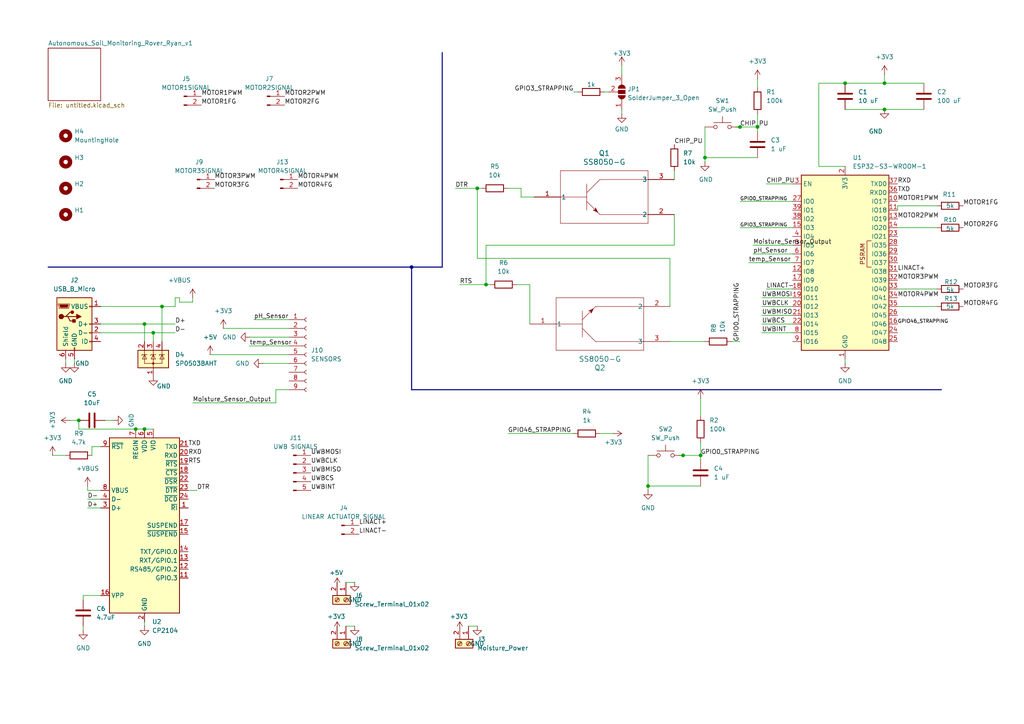
<source format=kicad_sch>
(kicad_sch (version 20231120) (generator "eeschema") (generator_version "8.0")
  (paper "A4")
  (lib_symbols
    (symbol "2024-11-11_01-31-27:SS8050-G" (pin_names (offset 0.254))
      (property "Reference" "Q" (at 20.32 12.7 0))
      (property "Value" "SS8050-G" (at 20.32 10.16 0))
      (symbol "SS8050-G_1_1"
        (polyline (pts (xy 7.62 -7.62) (xy 33.02 -7.62)) (stroke (width 0.127)))
        (polyline (pts (xy 7.62 0) (xy 15.24 0)) (stroke (width 0.127)))
        (polyline (pts (xy 7.62 7.62) (xy 7.62 -7.62)) (stroke (width 0.127)))
        (polyline (pts (xy 15.24 -1.27) (xy 17.78 -3.81)) (stroke (width 0.127)))
        (polyline (pts (xy 15.24 1.27) (xy 19.05 5.08)) (stroke (width 0.127)))
        (polyline (pts (xy 15.24 3.81) (xy 15.24 -3.81)) (stroke (width 0.127)))
        (polyline (pts (xy 17.145 -3.81) (xy 18.415 -4.445)) (stroke (width 0.127)))
        (polyline (pts (xy 17.78 -3.81) (xy 17.145 -3.81)) (stroke (width 0.127)))
        (polyline (pts (xy 17.78 -3.175) (xy 17.78 -3.81)) (stroke (width 0.127)))
        (polyline (pts (xy 18.415 -4.445) (xy 17.78 -3.175)) (stroke (width 0.127)))
        (polyline (pts (xy 18.415 -4.445) (xy 19.05 -5.08)) (stroke (width 0.127)))
        (polyline (pts (xy 19.05 -5.08) (xy 33.02 -5.08)) (stroke (width 0.127)))
        (polyline (pts (xy 19.05 5.08) (xy 33.02 5.08)) (stroke (width 0.127)))
        (polyline (pts (xy 33.02 -7.62) (xy 33.02 7.62)) (stroke (width 0.127)))
        (polyline (pts (xy 33.02 7.62) (xy 7.62 7.62)) (stroke (width 0.127)))
        (polyline (pts (xy 17.145 -3.81) (xy 17.78 -3.81) (xy 17.78 -3.175) (xy 18.415 -4.445)) (fill (type outline)))
        (pin unspecified line (at 0 0 0) (length 7.62) (name "1") (number "1"))
        (pin unspecified line (at 40.64 -5.08 180) (length 7.62) (name "2") (number "2"))
        (pin unspecified line (at 40.64 5.08 180) (length 7.62) (name "3") (number "3"))
      )
    )
    (symbol "Connector:Conn_01x02_Pin" (pin_names (offset 1.016) hide)
      (property "Reference" "J" (at 0 2.54 0))
      (property "Value" "Conn_01x02_Pin" (at 0 -5.08 0))
      (symbol "Conn_01x02_Pin_1_1"
        (polyline (pts (xy 1.27 -2.54) (xy 0.8636 -2.54)) (stroke (width 0.1524)))
        (polyline (pts (xy 1.27 0) (xy 0.8636 0)) (stroke (width 0.1524)))
        (rectangle (start 0.8636 -2.413) (end 0 -2.667) (stroke (width 0.1524)) (fill (type outline)))
        (rectangle (start 0.8636 0.127) (end 0 -0.127) (stroke (width 0.1524)) (fill (type outline)))
        (pin passive line (at 5.08 0 180) (length 3.81) (name "Pin_1") (number "1"))
        (pin passive line (at 5.08 -2.54 180) (length 3.81) (name "Pin_2") (number "2"))
      )
    )
    (symbol "Connector:Conn_01x05_Pin" (pin_names (offset 1.016) hide)
      (property "Reference" "J" (at 0 7.62 0))
      (property "Value" "Conn_01x05_Pin" (at 0 -7.62 0))
      (symbol "Conn_01x05_Pin_1_1"
        (polyline (pts (xy 1.27 -5.08) (xy 0.8636 -5.08)) (stroke (width 0.1524)))
        (polyline (pts (xy 1.27 -2.54) (xy 0.8636 -2.54)) (stroke (width 0.1524)))
        (polyline (pts (xy 1.27 0) (xy 0.8636 0)) (stroke (width 0.1524)))
        (polyline (pts (xy 1.27 2.54) (xy 0.8636 2.54)) (stroke (width 0.1524)))
        (polyline (pts (xy 1.27 5.08) (xy 0.8636 5.08)) (stroke (width 0.1524)))
        (rectangle (start 0.8636 -4.953) (end 0 -5.207) (stroke (width 0.1524)) (fill (type outline)))
        (rectangle (start 0.8636 -2.413) (end 0 -2.667) (stroke (width 0.1524)) (fill (type outline)))
        (rectangle (start 0.8636 0.127) (end 0 -0.127) (stroke (width 0.1524)) (fill (type outline)))
        (rectangle (start 0.8636 2.667) (end 0 2.413) (stroke (width 0.1524)) (fill (type outline)))
        (rectangle (start 0.8636 5.207) (end 0 4.953) (stroke (width 0.1524)) (fill (type outline)))
        (pin passive line (at 5.08 5.08 180) (length 3.81) (name "Pin_1") (number "1"))
        (pin passive line (at 5.08 2.54 180) (length 3.81) (name "Pin_2") (number "2"))
        (pin passive line (at 5.08 0 180) (length 3.81) (name "Pin_3") (number "3"))
        (pin passive line (at 5.08 -2.54 180) (length 3.81) (name "Pin_4") (number "4"))
        (pin passive line (at 5.08 -5.08 180) (length 3.81) (name "Pin_5") (number "5"))
      )
    )
    (symbol "Connector:Conn_01x09_Socket" (pin_names (offset 1.016) hide)
      (property "Reference" "J" (at 0 12.7 0))
      (property "Value" "Conn_01x09_Socket" (at 0 -12.7 0))
      (symbol "Conn_01x09_Socket_1_1"
        (arc (start 0 -9.652) (mid -0.5058 -10.16) (end 0 -10.668) (stroke (width 0.1524)))
        (arc (start 0 -7.112) (mid -0.5058 -7.62) (end 0 -8.128) (stroke (width 0.1524)))
        (arc (start 0 -4.572) (mid -0.5058 -5.08) (end 0 -5.588) (stroke (width 0.1524)))
        (arc (start 0 -2.032) (mid -0.5058 -2.54) (end 0 -3.048) (stroke (width 0.1524)))
        (polyline (pts (xy -1.27 -10.16) (xy -0.508 -10.16)) (stroke (width 0.1524)))
        (polyline (pts (xy -1.27 -7.62) (xy -0.508 -7.62)) (stroke (width 0.1524)))
        (polyline (pts (xy -1.27 -5.08) (xy -0.508 -5.08)) (stroke (width 0.1524)))
        (polyline (pts (xy -1.27 -2.54) (xy -0.508 -2.54)) (stroke (width 0.1524)))
        (polyline (pts (xy -1.27 0) (xy -0.508 0)) (stroke (width 0.1524)))
        (polyline (pts (xy -1.27 2.54) (xy -0.508 2.54)) (stroke (width 0.1524)))
        (polyline (pts (xy -1.27 5.08) (xy -0.508 5.08)) (stroke (width 0.1524)))
        (polyline (pts (xy -1.27 7.62) (xy -0.508 7.62)) (stroke (width 0.1524)))
        (polyline (pts (xy -1.27 10.16) (xy -0.508 10.16)) (stroke (width 0.1524)))
        (arc (start 0 0.508) (mid -0.5058 0) (end 0 -0.508) (stroke (width 0.1524)))
        (arc (start 0 3.048) (mid -0.5058 2.54) (end 0 2.032) (stroke (width 0.1524)))
        (arc (start 0 5.588) (mid -0.5058 5.08) (end 0 4.572) (stroke (width 0.1524)))
        (arc (start 0 8.128) (mid -0.5058 7.62) (end 0 7.112) (stroke (width 0.1524)))
        (arc (start 0 10.668) (mid -0.5058 10.16) (end 0 9.652) (stroke (width 0.1524)))
        (pin passive line (at -5.08 10.16 0) (length 3.81) (name "Pin_1") (number "1"))
        (pin passive line (at -5.08 7.62 0) (length 3.81) (name "Pin_2") (number "2"))
        (pin passive line (at -5.08 5.08 0) (length 3.81) (name "Pin_3") (number "3"))
        (pin passive line (at -5.08 2.54 0) (length 3.81) (name "Pin_4") (number "4"))
        (pin passive line (at -5.08 0 0) (length 3.81) (name "Pin_5") (number "5"))
        (pin passive line (at -5.08 -2.54 0) (length 3.81) (name "Pin_6") (number "6"))
        (pin passive line (at -5.08 -5.08 0) (length 3.81) (name "Pin_7") (number "7"))
        (pin passive line (at -5.08 -7.62 0) (length 3.81) (name "Pin_8") (number "8"))
        (pin passive line (at -5.08 -10.16 0) (length 3.81) (name "Pin_9") (number "9"))
      )
    )
    (symbol "Connector:Screw_Terminal_01x02" (pin_names (offset 1.016) hide)
      (property "Reference" "J" (at 0 2.54 0))
      (property "Value" "Screw_Terminal_01x02" (at 0 -5.08 0))
      (symbol "Screw_Terminal_01x02_1_1"
        (rectangle (start -1.27 1.27) (end 1.27 -3.81) (stroke (width 0.254)) (fill (type background)))
        (circle (center 0 -2.54) (radius 0.635) (stroke (width 0.1524)))
        (polyline (pts (xy -0.5334 -2.2098) (xy 0.3302 -3.048)) (stroke (width 0.1524)))
        (polyline (pts (xy -0.5334 0.3302) (xy 0.3302 -0.508)) (stroke (width 0.1524)))
        (polyline (pts (xy -0.3556 -2.032) (xy 0.508 -2.8702)) (stroke (width 0.1524)))
        (polyline (pts (xy -0.3556 0.508) (xy 0.508 -0.3302)) (stroke (width 0.1524)))
        (circle (center 0 0) (radius 0.635) (stroke (width 0.1524)))
        (pin passive line (at -5.08 0 0) (length 3.81) (name "Pin_1") (number "1"))
        (pin passive line (at -5.08 -2.54 0) (length 3.81) (name "Pin_2") (number "2"))
      )
    )
    (symbol "Connector:USB_B_Micro" (pin_names (offset 1.016))
      (property "Reference" "J" (at -5.08 11.43 0))
      (property "Value" "USB_B_Micro" (at -5.08 8.89 0))
      (symbol "USB_B_Micro_0_1"
        (rectangle (start -5.08 -7.62) (end 5.08 7.62) (stroke (width 0.254)) (fill (type background)))
        (circle (center -3.81 2.159) (radius 0.635) (stroke (width 0.254)) (fill (type outline)))
        (circle (center -0.635 3.429) (radius 0.381) (stroke (width 0.254)) (fill (type outline)))
        (rectangle (start -0.127 -7.62) (end 0.127 -6.858))
        (polyline (pts (xy -1.905 2.159) (xy 0.635 2.159)) (stroke (width 0.254)))
        (polyline (pts (xy -3.175 2.159) (xy -2.54 2.159) (xy -1.27 3.429) (xy -0.635 3.429)) (stroke (width 0.254)))
        (polyline (pts (xy -2.54 2.159) (xy -1.905 2.159) (xy -1.27 0.889) (xy 0 0.889)) (stroke (width 0.254)))
        (polyline (pts (xy 0.635 2.794) (xy 0.635 1.524) (xy 1.905 2.159) (xy 0.635 2.794)) (stroke (width 0.254)) (fill (type outline)))
        (polyline (pts (xy -4.318 5.588) (xy -1.778 5.588) (xy -2.032 4.826) (xy -4.064 4.826) (xy -4.318 5.588)) (fill (type outline)))
        (polyline (pts (xy -4.699 5.842) (xy -4.699 5.588) (xy -4.445 4.826) (xy -4.445 4.572) (xy -1.651 4.572) (xy -1.651 4.826) (xy -1.397 5.588) (xy -1.397 5.842) (xy -4.699 5.842)))
        (rectangle (start 0.254 1.27) (end -0.508 0.508) (stroke (width 0.254)) (fill (type outline)))
        (rectangle (start 5.08 -5.207) (end 4.318 -4.953))
        (rectangle (start 5.08 -2.667) (end 4.318 -2.413))
        (rectangle (start 5.08 -0.127) (end 4.318 0.127))
        (rectangle (start 5.08 4.953) (end 4.318 5.207))
      )
      (symbol "USB_B_Micro_1_1"
        (pin power_out line (at 7.62 5.08 180) (length 2.54) (name "VBUS") (number "1"))
        (pin bidirectional line (at 7.62 -2.54 180) (length 2.54) (name "D-") (number "2"))
        (pin bidirectional line (at 7.62 0 180) (length 2.54) (name "D+") (number "3"))
        (pin passive line (at 7.62 -5.08 180) (length 2.54) (name "ID") (number "4"))
        (pin power_out line (at 0 -10.16 90) (length 2.54) (name "GND") (number "5"))
        (pin passive line (at -2.54 -10.16 90) (length 2.54) (name "Shield") (number "6"))
      )
    )
    (symbol "Device:C" (pin_numbers hide) (pin_names (offset 0.254))
      (property "Reference" "C" (at 0.635 2.54 0))
      (property "Value" "C" (at 0.635 -2.54 0))
      (symbol "C_0_1"
        (polyline (pts (xy -2.032 -0.762) (xy 2.032 -0.762)) (stroke (width 0.508)))
        (polyline (pts (xy -2.032 0.762) (xy 2.032 0.762)) (stroke (width 0.508)))
      )
      (symbol "C_1_1"
        (pin passive line (at 0 3.81 270) (length 2.794) (name "~") (number "1"))
        (pin passive line (at 0 -3.81 90) (length 2.794) (name "~") (number "2"))
      )
    )
    (symbol "Device:R" (pin_numbers hide) (pin_names (offset 0))
      (property "Reference" "R" (at 2.032 0 90))
      (property "Value" "R" (at 0 0 90))
      (symbol "R_0_1"
        (rectangle (start -1.016 -2.54) (end 1.016 2.54) (stroke (width 0.254)))
      )
      (symbol "R_1_1"
        (pin passive line (at 0 3.81 270) (length 1.27) (name "~") (number "1"))
        (pin passive line (at 0 -3.81 90) (length 1.27) (name "~") (number "2"))
      )
    )
    (symbol "Interface_USB:CP2104"
      (property "Reference" "U" (at -5.08 28.575 0))
      (property "Value" "CP2104" (at -5.08 26.67 0))
      (symbol "CP2104_1_1"
        (rectangle (start -10.16 25.4) (end 10.16 -25.4) (stroke (width 0.254)) (fill (type background)))
        (pin input line (at 12.7 5.08 180) (length 2.54) (name "~{RI}") (number "1"))
        (pin no_connect line (at 10.16 -20.32 180) (length 2.54) hide (name "NC") (number "10"))
        (pin bidirectional line (at 12.7 -15.24 180) (length 2.54) (name "GPIO.3") (number "11"))
        (pin bidirectional line (at 12.7 -12.7 180) (length 2.54) (name "RS485/GPIO.2") (number "12"))
        (pin bidirectional line (at 12.7 -10.16 180) (length 2.54) (name "RXT/GPIO.1") (number "13"))
        (pin bidirectional line (at 12.7 -7.62 180) (length 2.54) (name "TXT/GPIO.0") (number "14"))
        (pin output line (at 12.7 -2.54 180) (length 2.54) (name "~{SUSPEND}") (number "15"))
        (pin passive line (at -12.7 -20.32 0) (length 2.54) (name "VPP") (number "16"))
        (pin output line (at 12.7 0 180) (length 2.54) (name "SUSPEND") (number "17"))
        (pin input line (at 12.7 15.24 180) (length 2.54) (name "~{CTS}") (number "18"))
        (pin output line (at 12.7 17.78 180) (length 2.54) (name "~{RTS}") (number "19"))
        (pin power_in line (at 0 -27.94 90) (length 2.54) (name "GND") (number "2"))
        (pin input line (at 12.7 20.32 180) (length 2.54) (name "RXD") (number "20"))
        (pin output line (at 12.7 22.86 180) (length 2.54) (name "TXD") (number "21"))
        (pin input line (at 12.7 12.7 180) (length 2.54) (name "~{DSR}") (number "22"))
        (pin output line (at 12.7 10.16 180) (length 2.54) (name "~{DTR}") (number "23"))
        (pin input line (at 12.7 7.62 180) (length 2.54) (name "~{DCD}") (number "24"))
        (pin passive line (at 0 -27.94 90) (length 2.54) hide (name "GND") (number "25"))
        (pin bidirectional line (at -12.7 5.08 0) (length 2.54) (name "D+") (number "3"))
        (pin bidirectional line (at -12.7 7.62 0) (length 2.54) (name "D-") (number "4"))
        (pin power_in line (at 2.54 27.94 270) (length 2.54) (name "VIO") (number "5"))
        (pin power_in line (at 0 27.94 270) (length 2.54) (name "VDD") (number "6"))
        (pin power_in line (at -2.54 27.94 270) (length 2.54) (name "REGIN") (number "7"))
        (pin input line (at -12.7 10.16 0) (length 2.54) (name "VBUS") (number "8"))
        (pin bidirectional line (at -12.7 22.86 0) (length 2.54) (name "~{RST}") (number "9"))
      )
    )
    (symbol "Jumper:SolderJumper_3_Open" (pin_names (offset 0) hide)
      (property "Reference" "JP" (at -2.54 -2.54 0))
      (property "Value" "SolderJumper_3_Open" (at 0 2.794 0))
      (symbol "SolderJumper_3_Open_0_1"
        (arc (start -1.016 1.016) (mid -2.0275 0) (end -1.016 -1.016))
        (arc (start -1.016 1.016) (mid -2.0275 0) (end -1.016 -1.016) (fill (type outline)))
        (rectangle (start -0.508 1.016) (end 0.508 -1.016) (fill (type outline)))
        (polyline (pts (xy -2.54 0) (xy -2.032 0)))
        (polyline (pts (xy -1.016 1.016) (xy -1.016 -1.016)))
        (polyline (pts (xy 0 -1.27) (xy 0 -1.016)))
        (polyline (pts (xy 1.016 1.016) (xy 1.016 -1.016)))
        (polyline (pts (xy 2.54 0) (xy 2.032 0)))
        (arc (start 1.016 -1.016) (mid 2.0275 0) (end 1.016 1.016))
        (arc (start 1.016 -1.016) (mid 2.0275 0) (end 1.016 1.016) (fill (type outline)))
      )
      (symbol "SolderJumper_3_Open_1_1"
        (pin passive line (at -5.08 0 0) (length 2.54) (name "A") (number "1"))
        (pin passive line (at 0 -3.81 90) (length 2.54) (name "C") (number "2"))
        (pin passive line (at 5.08 0 180) (length 2.54) (name "B") (number "3"))
      )
    )
    (symbol "Mechanical:MountingHole" (pin_names (offset 1.016)) (exclude_from_sim yes) (in_bom no)
      (property "Reference" "H" (at 0 5.08 0))
      (property "Value" "MountingHole" (at 0 3.175 0))
      (symbol "MountingHole_0_1"
        (circle (center 0 0) (radius 1.27) (stroke (width 1.27)))
      )
    )
    (symbol "Power_Protection:SP0503BAHT" (pin_names hide)
      (property "Reference" "D" (at 5.715 2.54 0))
      (property "Value" "SP0503BAHT" (at 5.715 0.635 0))
      (symbol "SP0503BAHT_0_0"
        (pin passive line (at 0 -5.08 90) (length 2.54) (name "A") (number "1"))
      )
      (symbol "SP0503BAHT_0_1"
        (rectangle (start -4.445 2.54) (end 4.445 -2.54) (stroke (width 0.254)) (fill (type background)))
        (circle (center 0 -1.27) (radius 0.254) (fill (type outline)))
        (polyline (pts (xy -2.54 2.54) (xy -2.54 1.27)))
        (polyline (pts (xy 0 -1.27) (xy 0 -2.54)))
        (polyline (pts (xy 0 -1.27) (xy 0 1.27)))
        (polyline (pts (xy 0 2.54) (xy 0 1.27)))
        (polyline (pts (xy 0.635 1.27) (xy 0.762 1.27)))
        (polyline (pts (xy 2.54 2.54) (xy 2.54 1.27)))
        (polyline (pts (xy 0.635 1.27) (xy -0.762 1.27) (xy -0.762 1.016)))
        (polyline (pts (xy -3.302 1.016) (xy -3.302 1.27) (xy -1.905 1.27) (xy -1.778 1.27)))
        (polyline (pts (xy -2.54 1.27) (xy -2.54 -1.27) (xy 2.54 -1.27) (xy 2.54 1.27)))
        (polyline (pts (xy -2.54 1.27) (xy -1.905 0) (xy -3.175 0) (xy -2.54 1.27)))
        (polyline (pts (xy 0.635 0) (xy -0.635 0) (xy 0 1.27) (xy 0.635 0)))
        (polyline (pts (xy 1.778 1.016) (xy 1.778 1.27) (xy 3.175 1.27) (xy 3.302 1.27)))
        (polyline (pts (xy 2.54 1.27) (xy 1.905 0) (xy 3.175 0) (xy 2.54 1.27)))
      )
      (symbol "SP0503BAHT_1_1"
        (pin passive line (at -2.54 5.08 270) (length 2.54) (name "K") (number "2"))
        (pin passive line (at 0 5.08 270) (length 2.54) (name "K") (number "3"))
        (pin passive line (at 2.54 5.08 270) (length 2.54) (name "K") (number "4"))
      )
    )
    (symbol "RF_Module:ESP32-S3-WROOM-1"
      (property "Reference" "U" (at -12.7 26.67 0))
      (property "Value" "ESP32-S3-WROOM-1" (at 12.7 26.67 0))
      (symbol "ESP32-S3-WROOM-1_0_0"
        (rectangle (start -12.7 25.4) (end 12.7 -25.4) (stroke (width 0.254)) (fill (type background)))
        (text "PSRAM" (at 5.08 2.54 900) (effects (font (size 1.27 1.27))))
      )
      (symbol "ESP32-S3-WROOM-1_0_1"
        (polyline (pts (xy 7.62 -1.27) (xy 6.35 -1.27) (xy 6.35 6.35) (xy 7.62 6.35)))
      )
      (symbol "ESP32-S3-WROOM-1_1_1"
        (pin power_in line (at 0 -27.94 90) (length 2.54) (name "GND") (number "1"))
        (pin bidirectional line (at 15.24 17.78 180) (length 2.54) (name "IO17") (number "10"))
        (pin bidirectional line (at 15.24 15.24 180) (length 2.54) (name "IO18") (number "11"))
        (pin bidirectional line (at -15.24 -2.54 0) (length 2.54) (name "IO8") (number "12"))
        (pin bidirectional line (at 15.24 12.7 180) (length 2.54) (name "IO19") (number "13"))
        (pin bidirectional line (at 15.24 10.16 180) (length 2.54) (name "IO20") (number "14"))
        (pin bidirectional line (at -15.24 10.16 0) (length 2.54) (name "IO3") (number "15"))
        (pin bidirectional line (at 15.24 -17.78 180) (length 2.54) (name "IO46") (number "16"))
        (pin bidirectional line (at -15.24 -5.08 0) (length 2.54) (name "IO9") (number "17"))
        (pin bidirectional line (at -15.24 -7.62 0) (length 2.54) (name "IO10") (number "18"))
        (pin bidirectional line (at -15.24 -10.16 0) (length 2.54) (name "IO11") (number "19"))
        (pin power_in line (at 0 27.94 270) (length 2.54) (name "3V3") (number "2"))
        (pin bidirectional line (at -15.24 -12.7 0) (length 2.54) (name "IO12") (number "20"))
        (pin bidirectional line (at -15.24 -15.24 0) (length 2.54) (name "IO13") (number "21"))
        (pin bidirectional line (at -15.24 -17.78 0) (length 2.54) (name "IO14") (number "22"))
        (pin bidirectional line (at 15.24 7.62 180) (length 2.54) (name "IO21") (number "23"))
        (pin bidirectional line (at 15.24 -20.32 180) (length 2.54) (name "IO47") (number "24"))
        (pin bidirectional line (at 15.24 -22.86 180) (length 2.54) (name "IO48") (number "25"))
        (pin bidirectional line (at 15.24 -15.24 180) (length 2.54) (name "IO45") (number "26"))
        (pin bidirectional line (at -15.24 17.78 0) (length 2.54) (name "IO0") (number "27"))
        (pin bidirectional line (at 15.24 5.08 180) (length 2.54) (name "IO35") (number "28"))
        (pin bidirectional line (at 15.24 2.54 180) (length 2.54) (name "IO36") (number "29"))
        (pin input line (at -15.24 22.86 0) (length 2.54) (name "EN") (number "3"))
        (pin bidirectional line (at 15.24 0 180) (length 2.54) (name "IO37") (number "30"))
        (pin bidirectional line (at 15.24 -2.54 180) (length 2.54) (name "IO38") (number "31"))
        (pin bidirectional line (at 15.24 -5.08 180) (length 2.54) (name "IO39") (number "32"))
        (pin bidirectional line (at 15.24 -7.62 180) (length 2.54) (name "IO40") (number "33"))
        (pin bidirectional line (at 15.24 -10.16 180) (length 2.54) (name "IO41") (number "34"))
        (pin bidirectional line (at 15.24 -12.7 180) (length 2.54) (name "IO42") (number "35"))
        (pin bidirectional line (at 15.24 20.32 180) (length 2.54) (name "RXD0") (number "36"))
        (pin bidirectional line (at 15.24 22.86 180) (length 2.54) (name "TXD0") (number "37"))
        (pin bidirectional line (at -15.24 12.7 0) (length 2.54) (name "IO2") (number "38"))
        (pin bidirectional line (at -15.24 15.24 0) (length 2.54) (name "IO1") (number "39"))
        (pin bidirectional line (at -15.24 7.62 0) (length 2.54) (name "IO4") (number "4"))
        (pin passive line (at 0 -27.94 90) (length 2.54) hide (name "GND") (number "40"))
        (pin passive line (at 0 -27.94 90) (length 2.54) hide (name "GND") (number "41"))
        (pin bidirectional line (at -15.24 5.08 0) (length 2.54) (name "IO5") (number "5"))
        (pin bidirectional line (at -15.24 2.54 0) (length 2.54) (name "IO6") (number "6"))
        (pin bidirectional line (at -15.24 0 0) (length 2.54) (name "IO7") (number "7"))
        (pin bidirectional line (at -15.24 -20.32 0) (length 2.54) (name "IO15") (number "8"))
        (pin bidirectional line (at -15.24 -22.86 0) (length 2.54) (name "IO16") (number "9"))
      )
    )
    (symbol "Switch:SW_Push" (pin_numbers hide) (pin_names (offset 1.016) hide)
      (property "Reference" "SW" (at 1.27 2.54 0))
      (property "Value" "SW_Push" (at 0 -1.524 0))
      (symbol "SW_Push_0_1"
        (circle (center -2.032 0) (radius 0.508))
        (polyline (pts (xy 0 1.27) (xy 0 3.048)))
        (polyline (pts (xy 2.54 1.27) (xy -2.54 1.27)))
        (circle (center 2.032 0) (radius 0.508))
        (pin passive line (at -5.08 0 0) (length 2.54) (name "1") (number "1"))
        (pin passive line (at 5.08 0 180) (length 2.54) (name "2") (number "2"))
      )
    )
    (symbol "basic:R" (pin_numbers hide) (pin_names (offset 0))
      (property "Value" "R" (at 0 0 90))
      (symbol "R_0_1"
        (rectangle (start -1.016 -2.54) (end 1.016 2.54) (stroke (width 0.254)))
      )
      (symbol "R_1_1"
        (pin passive line (at 0 3.81 270) (length 1.27) (name "~") (number "1"))
        (pin passive line (at 0 -3.81 90) (length 1.27) (name "~") (number "2"))
      )
    )
    (symbol "power:+12V" (power) (pin_numbers hide) (pin_names (offset 0) hide)
      (property "Value" "+12V" (at 0 3.556 0))
      (symbol "+12V_0_1"
        (polyline (pts (xy -0.762 1.27) (xy 0 2.54)))
        (polyline (pts (xy 0 0) (xy 0 2.54)))
        (polyline (pts (xy 0 2.54) (xy 0.762 1.27)))
      )
      (symbol "+12V_1_1"
        (pin power_in line (at 0 0 90) (length 0) (name "~") (number "1"))
      )
    )
    (symbol "power:+3V3" (power) (pin_numbers hide) (pin_names (offset 0) hide)
      (property "Value" "+3V3" (at 0 3.556 0))
      (symbol "+3V3_0_1"
        (polyline (pts (xy -0.762 1.27) (xy 0 2.54)))
        (polyline (pts (xy 0 0) (xy 0 2.54)))
        (polyline (pts (xy 0 2.54) (xy 0.762 1.27)))
      )
      (symbol "+3V3_1_1"
        (pin power_in line (at 0 0 90) (length 0) (name "~") (number "1"))
      )
    )
    (symbol "power:+5V" (power) (pin_numbers hide) (pin_names (offset 0) hide)
      (property "Value" "+5V" (at 0 3.556 0))
      (symbol "+5V_0_1"
        (polyline (pts (xy -0.762 1.27) (xy 0 2.54)))
        (polyline (pts (xy 0 0) (xy 0 2.54)))
        (polyline (pts (xy 0 2.54) (xy 0.762 1.27)))
      )
      (symbol "+5V_1_1"
        (pin power_in line (at 0 0 90) (length 0) (name "~") (number "1"))
      )
    )
    (symbol "power:GND" (power) (pin_numbers hide) (pin_names (offset 0) hide)
      (property "Value" "GND" (at 0 -3.81 0))
      (symbol "GND_0_1"
        (polyline (pts (xy 0 0) (xy 0 -1.27) (xy 1.27 -1.27) (xy 0 -2.54) (xy -1.27 -1.27) (xy 0 -1.27)))
      )
      (symbol "GND_1_1"
        (pin power_in line (at 0 0 270) (length 0) (name "~") (number "1"))
      )
    )
  )
  (junction (at 39.37 124.46))
  (junction (at 187.96 140.97))
  (junction (at 119.38 77.47))
  (junction (at 44.45 96.52))
  (junction (at 256.54 24.13))
  (junction (at 46.99 88.9))
  (junction (at 138.43 54.61))
  (junction (at 219.71 36.83))
  (junction (at 245.11 24.13))
  (junction (at 140.97 82.55))
  (junction (at 203.2 132.08))
  (junction (at 41.91 124.46))
  (junction (at 22.86 121.92))
  (junction (at 204.47 45.72))
  (junction (at 214.63 36.83))
  (junction (at 41.91 93.98))
  (junction (at 198.12 132.08))
  (junction (at 256.54 31.75))
  (wire (pts (xy 132.08 54.61) (xy 138.43 54.61)))
  (wire (pts (xy 204.47 45.72) (xy 204.47 46.99)))
  (wire (pts (xy 39.37 124.46) (xy 41.91 124.46)))
  (wire (pts (xy 220.98 96.52) (xy 229.87 96.52)))
  (wire (pts (xy 218.44 71.12) (xy 229.87 71.12)))
  (wire (pts (xy 26.67 132.08) (xy 26.67 129.54)))
  (wire (pts (xy 222.25 53.34) (xy 229.87 53.34)))
  (wire (pts (xy 80.01 116.84) (xy 80.01 113.03)))
  (wire (pts (xy 44.45 96.52) (xy 44.45 99.06)))
  (wire (pts (xy 166.37 26.67) (xy 167.64 26.67)))
  (wire (pts (xy 195.58 71.12) (xy 195.58 62.23)))
  (wire (pts (xy 26.67 129.54) (xy 29.21 129.54)))
  (wire (pts (xy 187.96 140.97) (xy 187.96 142.24)))
  (wire (pts (xy 52.07 87.63) (xy 55.88 87.63)))
  (wire (pts (xy 245.11 105.41) (xy 245.11 104.14)))
  (wire (pts (xy 219.71 36.83) (xy 219.71 38.1)))
  (wire (pts (xy 204.47 45.72) (xy 219.71 45.72)))
  (wire (pts (xy 60.96 102.87) (xy 83.82 102.87)))
  (wire (pts (xy 212.09 99.06) (xy 214.63 99.06)))
  (wire (pts (xy 214.63 36.83) (xy 219.71 36.83)))
  (wire (pts (xy 76.2 105.41) (xy 83.82 105.41)))
  (wire (pts (xy 195.58 49.53) (xy 195.58 52.07)))
  (wire (pts (xy 41.91 124.46) (xy 44.45 124.46)))
  (bus (pts (xy 13.97 77.47) (xy 119.38 77.47)))
  (wire (pts (xy 46.99 88.9) (xy 50.8 88.9)))
  (wire (pts (xy 204.47 36.83) (xy 204.47 45.72)))
  (wire (pts (xy 154.94 57.15) (xy 151.13 57.15)))
  (wire (pts (xy 220.98 91.44) (xy 229.87 91.44)))
  (wire (pts (xy 271.78 83.82) (xy 260.35 83.82)))
  (wire (pts (xy 219.71 22.86) (xy 219.71 25.4)))
  (wire (pts (xy 194.31 99.06) (xy 204.47 99.06)))
  (wire (pts (xy 80.01 113.03) (xy 83.82 113.03)))
  (wire (pts (xy 214.63 66.04) (xy 229.87 66.04)))
  (wire (pts (xy 41.91 93.98) (xy 41.91 99.06)))
  (wire (pts (xy 217.17 76.2) (xy 229.87 76.2)))
  (wire (pts (xy 138.43 54.61) (xy 138.43 74.93)))
  (wire (pts (xy 196.85 132.08) (xy 198.12 132.08)))
  (wire (pts (xy 271.78 88.9) (xy 260.35 88.9)))
  (wire (pts (xy 44.45 96.52) (xy 50.8 96.52)))
  (wire (pts (xy 73.66 92.71) (xy 83.82 92.71)))
  (wire (pts (xy 25.4 147.32) (xy 29.21 147.32)))
  (wire (pts (xy 97.79 182.88) (xy 97.79 181.61)))
  (wire (pts (xy 187.96 132.08) (xy 187.96 140.97)))
  (wire (pts (xy 220.98 93.98) (xy 229.87 93.98)))
  (wire (pts (xy 271.78 59.69) (xy 260.35 59.69)))
  (wire (pts (xy 256.54 21.59) (xy 256.54 24.13)))
  (wire (pts (xy 50.8 86.36) (xy 52.07 86.36)))
  (wire (pts (xy 72.39 100.33) (xy 83.82 100.33)))
  (wire (pts (xy 173.99 125.73) (xy 177.8 125.73)))
  (wire (pts (xy 29.21 96.52) (xy 44.45 96.52)))
  (wire (pts (xy 138.43 54.61) (xy 139.7 54.61)))
  (wire (pts (xy 180.34 19.05) (xy 180.34 21.59)))
  (wire (pts (xy 140.97 82.55) (xy 142.24 82.55)))
  (wire (pts (xy 55.88 116.84) (xy 80.01 116.84)))
  (wire (pts (xy 203.2 115.57) (xy 203.2 120.65)))
  (wire (pts (xy 214.63 58.42) (xy 229.87 58.42)))
  (wire (pts (xy 22.86 121.92) (xy 22.86 124.46)))
  (wire (pts (xy 237.49 48.26) (xy 245.11 48.26)))
  (wire (pts (xy 55.88 87.63) (xy 55.88 86.36)))
  (wire (pts (xy 20.32 121.92) (xy 22.86 121.92)))
  (wire (pts (xy 100.33 168.91) (xy 102.87 168.91)))
  (wire (pts (xy 97.79 170.18) (xy 97.79 168.91)))
  (wire (pts (xy 245.11 24.13) (xy 256.54 24.13)))
  (wire (pts (xy 133.35 82.55) (xy 140.97 82.55)))
  (wire (pts (xy 46.99 99.06) (xy 46.99 88.9)))
  (wire (pts (xy 237.49 24.13) (xy 237.49 48.26)))
  (wire (pts (xy 153.67 82.55) (xy 149.86 82.55)))
  (bus (pts (xy 128.27 15.24) (xy 128.27 77.47)))
  (wire (pts (xy 203.2 132.08) (xy 203.2 128.27)))
  (wire (pts (xy 52.07 86.36) (xy 52.07 87.63)))
  (wire (pts (xy 153.67 93.98) (xy 153.67 82.55)))
  (wire (pts (xy 135.89 181.61) (xy 138.43 181.61)))
  (wire (pts (xy 203.2 132.08) (xy 203.2 133.35)))
  (wire (pts (xy 24.13 173.99) (xy 24.13 172.72)))
  (wire (pts (xy 175.26 26.67) (xy 176.53 26.67)))
  (wire (pts (xy 256.54 24.13) (xy 267.97 24.13)))
  (wire (pts (xy 33.02 121.92) (xy 30.48 121.92)))
  (wire (pts (xy 29.21 142.24) (xy 25.4 142.24)))
  (wire (pts (xy 50.8 88.9) (xy 50.8 86.36)))
  (wire (pts (xy 151.13 57.15) (xy 151.13 54.61)))
  (bus (pts (xy 119.38 113.03) (xy 273.05 113.03)))
  (wire (pts (xy 19.05 105.41) (xy 19.05 104.14)))
  (wire (pts (xy 29.21 93.98) (xy 41.91 93.98)))
  (wire (pts (xy 64.77 95.25) (xy 83.82 95.25)))
  (wire (pts (xy 25.4 144.78) (xy 29.21 144.78)))
  (wire (pts (xy 41.91 181.61) (xy 41.91 180.34)))
  (wire (pts (xy 100.33 181.61) (xy 102.87 181.61)))
  (wire (pts (xy 220.98 86.36) (xy 229.87 86.36)))
  (wire (pts (xy 218.44 73.66) (xy 229.87 73.66)))
  (bus (pts (xy 119.38 77.47) (xy 128.27 77.47)))
  (wire (pts (xy 21.59 104.14) (xy 21.59 105.41)))
  (wire (pts (xy 147.32 125.73) (xy 166.37 125.73)))
  (bus (pts (xy 119.38 77.47) (xy 119.38 113.03)))
  (wire (pts (xy 180.34 31.75) (xy 180.34 33.02)))
  (wire (pts (xy 22.86 124.46) (xy 39.37 124.46)))
  (wire (pts (xy 29.21 88.9) (xy 46.99 88.9)))
  (wire (pts (xy 187.96 140.97) (xy 203.2 140.97)))
  (wire (pts (xy 15.24 132.08) (xy 19.05 132.08)))
  (wire (pts (xy 198.12 132.08) (xy 203.2 132.08)))
  (wire (pts (xy 133.35 182.88) (xy 133.35 181.61)))
  (wire (pts (xy 41.91 93.98) (xy 50.8 93.98)))
  (wire (pts (xy 260.35 59.69) (xy 260.35 60.96)))
  (wire (pts (xy 260.35 66.04) (xy 271.78 66.04)))
  (wire (pts (xy 151.13 54.61) (xy 147.32 54.61)))
  (wire (pts (xy 219.71 36.83) (xy 219.71 33.02)))
  (wire (pts (xy 57.15 142.24) (xy 54.61 142.24)))
  (wire (pts (xy 140.97 71.12) (xy 195.58 71.12)))
  (wire (pts (xy 24.13 182.88) (xy 24.13 181.61)))
  (wire (pts (xy 222.25 83.82) (xy 229.87 83.82)))
  (wire (pts (xy 138.43 74.93) (xy 194.31 74.93)))
  (wire (pts (xy 256.54 31.75) (xy 267.97 31.75)))
  (wire (pts (xy 25.4 142.24) (xy 25.4 140.97)))
  (wire (pts (xy 237.49 24.13) (xy 245.11 24.13)))
  (wire (pts (xy 213.36 36.83) (xy 214.63 36.83)))
  (wire (pts (xy 24.13 172.72) (xy 29.21 172.72)))
  (wire (pts (xy 194.31 74.93) (xy 194.31 88.9)))
  (wire (pts (xy 140.97 82.55) (xy 140.97 71.12)))
  (wire (pts (xy 72.39 97.79) (xy 83.82 97.79)))
  (wire (pts (xy 220.98 88.9) (xy 229.87 88.9)))
  (wire (pts (xy 245.11 31.75) (xy 256.54 31.75)))
  (label "UWBCLK" (at 90.17 134.62 0))
  (label "GPIO0_STRAPPING" (at 203.2 132.08 0))
  (label "RXD" (at 54.61 132.08 0))
  (label "UWBMISO" (at 220.98 91.44 0))
  (label "temp_Sensor" (at 72.39 100.33 0))
  (label "GPIO3_STRAPPING" (at 166.37 26.67 180))
  (label "MOTOR4FG" (at 279.4 88.9 0))
  (label "MOTOR4FG" (at 86.36 54.61 0))
  (label "UWBINT" (at 220.98 96.52 0))
  (label "TXD" (at 54.61 129.54 0))
  (label "MOTOR1FG" (at 279.4 59.69 0))
  (label "CHIP_PU" (at 214.63 36.83 0))
  (label "UWBINT" (at 90.17 142.24 0))
  (label "GPIO46_STRAPPING" (at 147.32 125.73 0))
  (label "MOTOR1FG" (at 58.42 30.48 0))
  (label "LINACT+" (at 260.35 78.74 0))
  (label "D-" (at 50.8 96.52 0))
  (label "MOTOR4PWM" (at 260.35 86.36 0))
  (label "LINACT-" (at 222.25 83.82 0))
  (label "MOTOR1PWM" (at 58.42 27.94 0))
  (label "RXD" (at 260.35 53.34 0))
  (label "LINACT-" (at 104.14 154.94 0))
  (label "UWBMOSI" (at 90.17 132.08 0))
  (label "UWBMOSI" (at 220.98 86.36 0))
  (label "pH_Sensor" (at 73.66 92.71 0))
  (label "MOTOR4PWM" (at 86.36 52.07 0))
  (label "TXD" (at 260.35 55.88 0))
  (label "Moisture_Sensor_Output" (at 218.44 71.12 0))
  (label "GPIO46_STRAPPING" (at 260.35 93.98 0) (effects (font (size 1.016 1.016))))
  (label "LINACT+" (at 104.14 152.4 0))
  (label "Moisture_Sensor_Output" (at 55.88 116.84 0))
  (label "GPIO0_STRAPPING" (at 214.63 58.42 0) (effects (font (size 1.016 1.016))))
  (label "UWBCS" (at 220.98 93.98 0))
  (label "RTS" (at 54.61 134.62 0))
  (label "D+" (at 25.4 147.32 0))
  (label "MOTOR2PWM" (at 260.35 63.5 0))
  (label "DTR" (at 57.15 142.24 0))
  (label "MOTOR2FG" (at 279.4 66.04 0))
  (label "MOTOR3PWM" (at 62.23 52.07 0))
  (label "MOTOR3FG" (at 279.4 83.82 0))
  (label "MOTOR1PWM" (at 260.35 58.42 0))
  (label "MOTOR3FG" (at 62.23 54.61 0))
  (label "DTR" (at 132.08 54.61 0))
  (label "MOTOR2PWM" (at 82.55 27.94 0))
  (label "CHIP_PU" (at 195.58 41.91 0))
  (label "RTS" (at 133.35 82.55 0))
  (label "GPIO0_STRAPPING" (at 214.63 99.06 90))
  (label "CHIP_PU" (at 222.25 53.34 0))
  (label "UWBCLK" (at 220.98 88.9 0))
  (label "GPIO3_STRAPPING" (at 214.63 66.04 0) (effects (font (size 1.016 1.016))))
  (label "UWBMISO" (at 90.17 137.16 0))
  (label "D+" (at 50.8 93.98 0))
  (label "MOTOR3PWM" (at 260.35 81.28 0))
  (label "pH_Sensor" (at 218.44 73.66 0))
  (label "D-" (at 25.4 144.78 0))
  (label "UWBCS" (at 90.17 139.7 0))
  (label "temp_Sensor" (at 217.17 76.2 0))
  (label "MOTOR2FG" (at 82.55 30.48 0))
  (symbol (lib_id "Device:C") (at 203.2 137.16 0) (unit 1)
    (property "Reference" "C4" (at 207.01 135.8899 0) (effects (justify left)))
    (property "Value" "1 uF" (at 207.01 138.4299 0) (effects (justify left)))
    (property "Footprint" "Capacitor_SMD:C_0805_2012Metric_Pad1.18x1.45mm_HandSolder" (effects (hide yes)))
    (property "Description" "Unpolarized capacitor" (effects (hide yes)))
  )
  (symbol (lib_id "power:+3V3") (at 15.24 132.08 0) (unit 1)
    (property "Reference" "#PWR033" (effects (hide yes)))
    (property "Value" "+3V3" (at 15.24 127 0))
    (property "Description" "Power symbol creates a global label with name \"+3V3\"" (effects (hide yes)))
  )
  (symbol (lib_id "power:GND") (at 19.05 105.41 0) (unit 1)
    (property "Reference" "#PWR034" (effects (hide yes)))
    (property "Value" "GND" (at 19.05 110.49 0))
    (property "Description" "Power symbol creates a global label with name \"GND\" , ground" (effects (hide yes)))
  )
  (symbol (lib_id "Connector:Conn_01x02_Pin") (at 99.06 152.4 0) (unit 1)
    (property "Reference" "J4" (at 99.695 147.32 0))
    (property "Value" "LINEAR ACTUATOR SIGNAL" (at 99.695 149.86 0))
    (property "Footprint" "TerminalBlock_Phoenix:TerminalBlock_Phoenix_MKDS-1,5-2-5.08_1x02_P5.08mm_Horizontal" (effects (hide yes)))
    (property "Description" "Generic connector, single row, 01x02, script generated" (effects (hide yes)))
  )
  (symbol (lib_id "Connector:Conn_01x02_Pin") (at 53.34 27.94 0) (unit 1)
    (property "Reference" "J5" (at 53.975 22.86 0))
    (property "Value" "MOTOR1SIGNAL" (at 53.975 25.4 0))
    (property "Footprint" "TerminalBlock_Phoenix:TerminalBlock_Phoenix_MKDS-1,5-2-5.08_1x02_P5.08mm_Horizontal" (effects (hide yes)))
    (property "Description" "Generic connector, single row, 01x02, script generated" (effects (hide yes)))
  )
  (symbol (lib_id "power:GND") (at 76.2 105.41 270) (unit 1)
    (property "Reference" "#PWR051" (effects (hide yes)))
    (property "Value" "GND" (at 72.39 105.4099 90) (effects (justify right)))
    (property "Description" "Power symbol creates a global label with name \"GND\" , ground" (effects (hide yes)))
  )
  (symbol (lib_id "Device:C") (at 219.71 41.91 0) (unit 1)
    (property "Reference" "C3" (at 223.52 40.6399 0) (effects (justify left)))
    (property "Value" "1 uF" (at 223.52 43.1799 0) (effects (justify left)))
    (property "Footprint" "Capacitor_SMD:C_0805_2012Metric_Pad1.18x1.45mm_HandSolder" (effects (hide yes)))
    (property "Description" "Unpolarized capacitor" (effects (hide yes)))
  )
  (symbol (lib_id "Interface_USB:CP2104") (at 41.91 152.4 0) (unit 1)
    (property "Reference" "U2" (at 44.1041 180.34 0) (effects (justify left)))
    (property "Value" "CP2104" (at 44.1041 182.88 0) (effects (justify left)))
    (property "Footprint" "Package_DFN_QFN:QFN-24-1EP_4x4mm_P0.5mm_EP2.6x2.6mm" (effects (hide yes)))
    (property "Datasheet" "https://www.silabs.com/documents/public/data-sheets/cp2104.pdf" (effects (hide yes)))
    (property "Description" "Single-Chip USB-to-UART Bridge, USB 2.0 Full-Speed, 2Mbps UART, QFN-24" (effects (hide yes)))
  )
  (symbol (lib_id "Device:R") (at 143.51 54.61 270) (unit 1)
    (property "Reference" "R5" (at 143.51 48.26 90))
    (property "Value" "10k" (at 143.51 50.8 90))
    (property "Footprint" "Resistor_SMD:R_0805_2012Metric_Pad1.20x1.40mm_HandSolder" (effects (hide yes)))
    (property "Description" "Resistor" (effects (hide yes)))
  )
  (symbol (lib_id "power:GND") (at 102.87 168.91 0) (unit 1)
    (property "Reference" "#PWR028" (effects (hide yes)))
    (property "Value" "GND" (at 102.87 173.99 0))
    (property "Description" "Power symbol creates a global label with name \"GND\" , ground" (effects (hide yes)))
  )
  (symbol (lib_id "Connector:Screw_Terminal_01x02") (at 135.89 186.69 270) (unit 1)
    (property "Reference" "J3" (at 138.43 185.4199 90) (effects (justify left)))
    (property "Value" "Moisture_Power" (at 138.43 187.9599 90) (effects (justify left)))
    (property "Footprint" "TerminalBlock_Phoenix:TerminalBlock_Phoenix_MKDS-1,5-2-5.08_1x02_P5.08mm_Horizontal" (effects (hide yes)))
    (property "Description" "Generic screw terminal, single row, 01x02, script generated (kicad-library-utils/schlib/autogen/connector/)" (effects (hide yes)))
  )
  (symbol (lib_id "power:GND") (at 138.43 181.61 0) (unit 1)
    (property "Reference" "#PWR012" (effects (hide yes)))
    (property "Value" "GND" (at 138.43 186.69 0))
    (property "Description" "Power symbol creates a global label with name \"GND\" , ground" (effects (hide yes)))
  )
  (symbol (lib_id "power:+3V3") (at 180.34 19.05 0) (unit 1)
    (property "Reference" "#PWR08" (effects (hide yes)))
    (property "Value" "+3V3" (at 180.34 15.4742 0))
  )
  (symbol (lib_id "power:GND") (at 204.47 46.99 0) (unit 1)
    (property "Reference" "#PWR04" (effects (hide yes)))
    (property "Value" "GND" (at 204.724 52.07 0))
    (property "Description" "Power symbol creates a global label with name \"GND\" , ground" (effects (hide yes)))
  )
  (symbol (lib_id "power:+3V3") (at 60.96 102.87 0) (unit 1)
    (property "Reference" "#PWR070" (effects (hide yes)))
    (property "Value" "+5V" (at 60.96 97.79 0))
    (property "Description" "Power symbol creates a global label with name \"+3V3\"" (effects (hide yes)))
  )
  (symbol (lib_id "Connector:Conn_01x02_Pin") (at 57.15 52.07 0) (unit 1)
    (property "Reference" "J9" (at 57.785 46.99 0))
    (property "Value" "MOTOR3SIGNAL" (at 57.785 49.53 0))
    (property "Footprint" "TerminalBlock_Phoenix:TerminalBlock_Phoenix_MKDS-1,5-2-5.08_1x02_P5.08mm_Horizontal" (effects (hide yes)))
    (property "Description" "Generic connector, single row, 01x02, script generated" (effects (hide yes)))
  )
  (symbol (lib_id "Connector:Screw_Terminal_01x02") (at 100.33 173.99 270) (unit 1)
    (property "Reference" "J6" (at 102.87 172.7199 90) (effects (justify left)))
    (property "Value" "Screw_Terminal_01x02" (at 102.87 175.2599 90) (effects (justify left)))
    (property "Footprint" "TerminalBlock_Phoenix:TerminalBlock_Phoenix_MKDS-1,5-2-5.08_1x02_P5.08mm_Horizontal" (effects (hide yes)))
    (property "Description" "Generic screw terminal, single row, 01x02, script generated (kicad-library-utils/schlib/autogen/connector/)" (effects (hide yes)))
  )
  (symbol (lib_id "power:GND") (at 180.34 33.02 0) (unit 1)
    (property "Reference" "#PWR09" (effects (hide yes)))
    (property "Value" "GND" (at 180.34 37.4634 0))
  )
  (symbol (lib_id "power:+12V") (at 97.79 170.18 0) (unit 1)
    (property "Reference" "#PWR027" (effects (hide yes)))
    (property "Value" "+5V" (at 97.536 166.116 0))
    (property "Description" "Power symbol creates a global label with name \"+12V\"" (effects (hide yes)))
  )
  (symbol (lib_id "power:GND") (at 33.02 121.92 90) (unit 1)
    (property "Reference" "#PWR021" (effects (hide yes)))
    (property "Value" "GND" (at 38.1 121.92 0))
    (property "Description" "Power symbol creates a global label with name \"GND\" , ground" (effects (hide yes)))
  )
  (symbol (lib_id "Connector:Conn_01x09_Socket") (at 88.9 102.87 0) (unit 1)
    (property "Reference" "J10" (at 90.17 101.5999 0) (effects (justify left)))
    (property "Value" "SENSORS" (at 90.17 104.1399 0) (effects (justify left)))
    (property "Footprint" "Connector_PinHeader_2.54mm:PinHeader_1x09_P2.54mm_Vertical" (effects (hide yes)))
    (property "Description" "Generic connector, single row, 01x09, script generated" (effects (hide yes)))
  )
  (symbol (lib_id "power:GND") (at 41.91 181.61 0) (unit 1)
    (property "Reference" "#PWR020" (effects (hide yes)))
    (property "Value" "GND" (at 41.91 186.69 0))
    (property "Description" "Power symbol creates a global label with name \"GND\" , ground" (effects (hide yes)))
  )
  (symbol (lib_id "Device:R") (at 22.86 132.08 90) (unit 1)
    (property "Reference" "R9" (at 22.86 125.73 90))
    (property "Value" "4.7k" (at 22.86 128.27 90))
    (property "Footprint" "Resistor_SMD:R_0805_2012Metric_Pad1.20x1.40mm_HandSolder" (effects (hide yes)))
    (property "Description" "Resistor" (effects (hide yes)))
  )
  (symbol (lib_id "power:+3V3") (at 20.32 121.92 90) (unit 1)
    (property "Reference" "#PWR022" (effects (hide yes)))
    (property "Value" "+3V3" (at 15.24 121.92 0))
    (property "Description" "Power symbol creates a global label with name \"+3V3\"" (effects (hide yes)))
  )
  (symbol (lib_id "Device:C") (at 24.13 177.8 0) (unit 1)
    (property "Reference" "C6" (at 27.94 176.5299 0) (effects (justify left)))
    (property "Value" "4.7uF" (at 27.94 179.0699 0) (effects (justify left)))
    (property "Footprint" "Capacitor_SMD:C_0805_2012Metric_Pad1.18x1.45mm_HandSolder" (effects (hide yes)))
    (property "Description" "Unpolarized capacitor" (effects (hide yes)))
  )
  (symbol (lib_id "Switch:SW_Push") (at 209.55 36.83 0) (unit 1)
    (property "Reference" "SW1" (at 209.55 29.21 0))
    (property "Value" "SW_Push" (at 209.55 31.75 0))
    (property "Footprint" "Button_Switch_THT:SW_PUSH_6mm_H5mm" (effects (hide yes)))
    (property "Description" "Push button switch, generic, two pins" (effects (hide yes)))
  )
  (symbol (lib_id "power:GND") (at 72.39 97.79 270) (unit 1)
    (property "Reference" "#PWR050" (effects (hide yes)))
    (property "Value" "GND" (at 68.58 97.7899 90) (effects (justify right)))
    (property "Description" "Power symbol creates a global label with name \"GND\" , ground" (effects (hide yes)))
  )
  (symbol (lib_id "power:+3V3") (at 203.2 115.57 0) (unit 1)
    (property "Reference" "#PWR07" (effects (hide yes)))
    (property "Value" "+3V3" (at 203.2 110.49 0))
    (property "Description" "Power symbol creates a global label with name \"+3V3\"" (effects (hide yes)))
  )
  (symbol (lib_id "power:+5V") (at 55.88 86.36 0) (unit 1)
    (property "Reference" "#PWR018" (effects (hide yes)))
    (property "Value" "+VBUS" (at 52.07 81.28 0))
    (property "Description" "Power symbol creates a global label with name \"+5V\"" (effects (hide yes)))
  )
  (symbol (lib_id "Mechanical:MountingHole") (at 19.05 39.37 0) (unit 1) (exclude_from_sim yes) (in_bom no)
    (property "Reference" "H4" (at 21.59 38.0999 0) (effects (justify left)))
    (property "Value" "MountingHole" (at 21.59 40.6399 0) (effects (justify left)))
    (property "Footprint" "MountingHole:MountingHole_3.2mm_M3" (effects (hide yes)))
    (property "Description" "Mounting Hole without connection" (effects (hide yes)))
  )
  (symbol (lib_id "Connector:Conn_01x02_Pin") (at 77.47 27.94 0) (unit 1)
    (property "Reference" "J7" (at 78.105 22.86 0))
    (property "Value" "MOTOR2SIGNAL" (at 78.105 25.4 0))
    (property "Footprint" "TerminalBlock_Phoenix:TerminalBlock_Phoenix_MKDS-1,5-2-5.08_1x02_P5.08mm_Horizontal" (effects (hide yes)))
    (property "Description" "Generic connector, single row, 01x02, script generated" (effects (hide yes)))
  )
  (symbol (lib_id "Device:R") (at 208.28 99.06 270) (unit 1)
    (property "Reference" "R8" (at 207.0099 96.52 0) (effects (justify right)))
    (property "Value" "10k" (at 209.5499 96.52 0) (effects (justify right)))
    (property "Footprint" "Resistor_SMD:R_0805_2012Metric_Pad1.20x1.40mm_HandSolder" (effects (hide yes)))
    (property "Description" "Resistor" (effects (hide yes)))
  )
  (symbol (lib_id "Device:R") (at 275.59 59.69 90) (unit 1)
    (property "Reference" "R11" (at 275.336 56.388 90))
    (property "Value" "5k" (at 275.59 59.69 90))
    (property "Footprint" "Resistor_SMD:R_0805_2012Metric_Pad1.20x1.40mm_HandSolder" (effects (hide yes)))
    (property "Description" "Resistor" (effects (hide yes)))
  )
  (symbol (lib_id "power:+3V3") (at 64.77 95.25 0) (unit 1)
    (property "Reference" "#PWR069" (effects (hide yes)))
    (property "Value" "+3V3" (at 64.77 90.17 0))
    (property "Description" "Power symbol creates a global label with name \"+3V3\"" (effects (hide yes)))
  )
  (symbol (lib_id "Device:C") (at 267.97 27.94 0) (unit 1)
    (property "Reference" "C2" (at 271.78 26.6699 0) (effects (justify left)))
    (property "Value" "100 uF" (at 271.78 29.2099 0) (effects (justify left)))
    (property "Footprint" "Capacitor_SMD:C_0805_2012Metric_Pad1.18x1.45mm_HandSolder" (effects (hide yes)))
    (property "Description" "Unpolarized capacitor" (effects (hide yes)))
  )
  (symbol (lib_id "Switch:SW_Push") (at 193.04 132.08 0) (unit 1)
    (property "Reference" "SW2" (at 193.04 124.46 0))
    (property "Value" "SW_Push" (at 193.04 127 0))
    (property "Footprint" "Button_Switch_THT:SW_PUSH_6mm_H5mm" (effects (hide yes)))
    (property "Description" "Push button switch, generic, two pins" (effects (hide yes)))
  )
  (symbol (lib_id "power:GND") (at 102.87 181.61 0) (unit 1)
    (property "Reference" "#PWR030" (effects (hide yes)))
    (property "Value" "GND" (at 102.87 186.69 0))
    (property "Description" "Power symbol creates a global label with name \"GND\" , ground" (effects (hide yes)))
  )
  (symbol (lib_id "Mechanical:MountingHole") (at 19.05 62.23 0) (unit 1) (exclude_from_sim yes) (in_bom no)
    (property "Reference" "H1" (at 21.59 60.9599 0) (effects (justify left)))
    (property "Value" "MountingHole" (effects (hide yes)))
    (property "Footprint" "MountingHole:MountingHole_3.2mm_M3" (effects (hide yes)))
    (property "Description" "Mounting Hole without connection" (effects (hide yes)))
  )
  (symbol (lib_id "Mechanical:MountingHole") (at 19.05 46.99 0) (unit 1) (exclude_from_sim yes) (in_bom no)
    (property "Reference" "H3" (at 21.59 45.7199 0) (effects (justify left)))
    (property "Value" "MountingHole" (effects (hide yes)))
    (property "Footprint" "MountingHole:MountingHole_3.2mm_M3" (effects (hide yes)))
    (property "Description" "Mounting Hole without connection" (effects (hide yes)))
  )
  (symbol (lib_id "power:+3V3") (at 177.8 125.73 270) (unit 1)
    (property "Reference" "#PWR010" (effects (hide yes)))
    (property "Value" "+3V3" (at 175.26 128.2699 90) (effects (justify left)))
    (property "Description" "Power symbol creates a global label with name \"+3V3\"" (effects (hide yes)))
  )
  (symbol (lib_id "Device:R") (at 275.59 83.82 90) (unit 1)
    (property "Reference" "R12" (at 275.844 81.788 90))
    (property "Value" "5k" (at 275.59 84.074 90))
    (property "Footprint" "Resistor_SMD:R_0805_2012Metric_Pad1.20x1.40mm_HandSolder" (effects (hide yes)))
    (property "Description" "Resistor" (effects (hide yes)))
  )
  (symbol (lib_id "power:+3V3") (at 256.54 21.59 0) (unit 1)
    (property "Reference" "#PWR02" (effects (hide yes)))
    (property "Value" "+3V3" (at 256.54 16.51 0))
    (property "Description" "Power symbol creates a global label with name \"+3V3\"" (effects (hide yes)))
  )
  (symbol (lib_id "power:GND") (at 24.13 182.88 0) (unit 1)
    (property "Reference" "#PWR024" (effects (hide yes)))
    (property "Value" "GND" (at 24.13 187.96 0))
    (property "Description" "Power symbol creates a global label with name \"GND\" , ground" (effects (hide yes)))
  )
  (symbol (lib_id "Device:R") (at 275.59 88.9 90) (unit 1)
    (property "Reference" "R13" (at 275.844 86.614 90))
    (property "Value" "5k" (at 275.59 88.9 90))
    (property "Footprint" "Resistor_SMD:R_0805_2012Metric_Pad1.20x1.40mm_HandSolder" (effects (hide yes)))
    (property "Description" "Resistor" (effects (hide yes)))
  )
  (symbol (lib_id "power:+12V") (at 133.35 182.88 0) (unit 1)
    (property "Reference" "#PWR011" (effects (hide yes)))
    (property "Value" "+3V3" (at 133.096 178.816 0))
    (property "Description" "Power symbol creates a global label with name \"+12V\"" (effects (hide yes)))
  )
  (symbol (lib_id "power:GND") (at 245.11 105.41 0) (unit 1)
    (property "Reference" "#PWR01" (effects (hide yes)))
    (property "Value" "GND" (at 245.11 110.49 0))
    (property "Description" "Power symbol creates a global label with name \"GND\" , ground" (effects (hide yes)))
  )
  (symbol (lib_id "Device:R") (at 146.05 82.55 270) (unit 1)
    (property "Reference" "R6" (at 146.05 76.2 90))
    (property "Value" "10k" (at 146.05 78.74 90))
    (property "Footprint" "Resistor_SMD:R_0805_2012Metric_Pad1.20x1.40mm_HandSolder" (effects (hide yes)))
    (property "Description" "Resistor" (effects (hide yes)))
  )
  (symbol (lib_id "Device:C") (at 245.11 27.94 0) (unit 1)
    (property "Reference" "C1" (at 248.92 26.6699 0) (effects (justify left)))
    (property "Value" "10 uF" (at 248.92 29.2099 0) (effects (justify left)))
    (property "Footprint" "Capacitor_SMD:C_0805_2012Metric_Pad1.18x1.45mm_HandSolder" (effects (hide yes)))
    (property "Description" "Unpolarized capacitor" (effects (hide yes)))
  )
  (symbol (lib_id "power:+3V3") (at 219.71 22.86 0) (unit 1)
    (property "Reference" "#PWR05" (effects (hide yes)))
    (property "Value" "+3V3" (at 219.71 17.78 0))
    (property "Description" "Power symbol creates a global label with name \"+3V3\"" (effects (hide yes)))
  )
  (symbol (lib_id "2024-11-11_01-31-27:SS8050-G") (at 153.67 93.98 0) (mirror x) (unit 1)
    (property "Reference" "Q2" (at 173.99 106.68 0) (effects (font (size 1.524 1.524))))
    (property "Value" "SS8050-G" (at 173.99 104.14 0) (effects (font (size 1.524 1.524))))
    (property "Footprint" "SS8050-G:TRAN_SS8050-G_CIP" (effects (hide yes)))
    (property "Datasheet" "SS8050-G" (effects (hide yes)))
  )
  (symbol (lib_id "power:+5V") (at 25.4 140.97 0) (unit 1)
    (property "Reference" "#PWR025" (effects (hide yes)))
    (property "Value" "+VBUS" (at 25.4 135.89 0))
    (property "Description" "Power symbol creates a global label with name \"+5V\"" (effects (hide yes)))
  )
  (symbol (lib_id "RF_Module:ESP32-S3-WROOM-1") (at 245.11 76.2 0) (unit 1)
    (property "Reference" "U1" (at 247.3041 45.72 0) (effects (justify left)))
    (property "Value" "ESP32-S3-WROOM-1" (at 247.3041 48.26 0) (effects (justify left)))
    (property "Footprint" "ESP32:ESP32-S3-WROOM-1_EXP" (effects (hide yes)))
    (property "Datasheet" "https://www.espressif.com/sites/default/files/documentation/esp32-s3-wroom-1_wroom-1u_datasheet_en.pdf" (effects (hide yes)))
    (property "Description" "RF Module, ESP32-S3 SoC, Wi-Fi 802.11b/g/n, Bluetooth, BLE, 32-bit, 3.3V, onboard antenna, SMD" (effects (hide yes)))
  )
  (symbol (lib_id "Device:R") (at 275.59 66.04 90) (unit 1)
    (property "Reference" "R10" (at 275.59 63.754 90))
    (property "Value" "5k" (at 275.59 66.294 90))
    (property "Footprint" "Resistor_SMD:R_0805_2012Metric_Pad1.20x1.40mm_HandSolder" (effects (hide yes)))
    (property "Description" "Resistor" (effects (hide yes)))
  )
  (symbol (lib_id "power:GND") (at 256.54 31.75 0) (unit 1)
    (property "Reference" "#PWR03" (effects (hide yes)))
    (property "Value" "GND" (at 254 38.1 0))
    (property "Description" "Power symbol creates a global label with name \"GND\" , ground" (effects (hide yes)))
  )
  (symbol (lib_id "power:GND") (at 187.96 142.24 0) (unit 1)
    (property "Reference" "#PWR06" (effects (hide yes)))
    (property "Value" "GND" (at 187.96 147.32 0))
    (property "Description" "Power symbol creates a global label with name \"GND\" , ground" (effects (hide yes)))
  )
  (symbol (lib_id "Mechanical:MountingHole") (at 19.05 54.61 0) (unit 1) (exclude_from_sim yes) (in_bom no)
    (property "Reference" "H2" (at 21.59 53.3399 0) (effects (justify left)))
    (property "Value" "MountingHole" (effects (hide yes)))
    (property "Footprint" "MountingHole:MountingHole_3.2mm_M3" (effects (hide yes)))
    (property "Description" "Mounting Hole without connection" (effects (hide yes)))
  )
  (symbol (lib_id "Connector:USB_B_Micro") (at 21.59 93.98 0) (unit 1)
    (property "Reference" "J2" (at 21.59 81.28 0))
    (property "Value" "USB_B_Micro" (at 21.59 83.82 0))
    (property "Footprint" "Connector_USB:USB_Micro-B_Molex_47346-0001" (effects (hide yes)))
    (property "Description" "USB Micro Type B connector" (effects (hide yes)))
  )
  (symbol (lib_id "Device:R") (at 170.18 125.73 270) (unit 1)
    (property "Reference" "R4" (at 170.18 119.38 90))
    (property "Value" "1k" (at 170.18 121.92 90))
    (property "Footprint" "Resistor_SMD:R_0805_2012Metric_Pad1.20x1.40mm_HandSolder" (effects (hide yes)))
    (property "Description" "Resistor" (effects (hide yes)))
  )
  (symbol (lib_id "Jumper:SolderJumper_3_Open") (at 180.34 26.67 270) (mirror x) (unit 1)
    (property "Reference" "JP1" (at 181.991 25.8353 90) (effects (justify left)))
    (property "Value" "SolderJumper_3_Open" (at 181.991 28.3722 90) (effects (justify left)))
    (property "Footprint" "Jumper:SolderJumper-3_P2.0mm_Open_TrianglePad1.0x1.5mm" (effects (hide yes)))
  )
  (symbol (lib_id "Device:R") (at 219.71 29.21 0) (unit 1)
    (property "Reference" "R1" (at 222.25 26.6699 0) (effects (justify left)))
    (property "Value" "100k" (at 222.25 29.2099 0) (effects (justify left)))
    (property "Footprint" "Resistor_SMD:R_0805_2012Metric_Pad1.20x1.40mm_HandSolder" (effects (hide yes)))
    (property "Description" "Resistor" (effects (hide yes)))
  )
  (symbol (lib_id "Device:R") (at 195.58 45.72 180) (unit 1)
    (property "Reference" "R7" (at 198.12 44.4499 0) (effects (justify right)))
    (property "Value" "10k" (at 198.12 46.9899 0) (effects (justify right)))
    (property "Footprint" "Resistor_SMD:R_0805_2012Metric_Pad1.20x1.40mm_HandSolder" (effects (hide yes)))
    (property "Description" "Resistor" (effects (hide yes)))
  )
  (symbol (lib_id "2024-11-11_01-31-27:SS8050-G") (at 154.94 57.15 0) (unit 1)
    (property "Reference" "Q1" (at 175.26 44.45 0) (effects (font (size 1.524 1.524))))
    (property "Value" "SS8050-G" (at 175.26 46.99 0) (effects (font (size 1.524 1.524))))
    (property "Footprint" "SS8050-G:TRAN_SS8050-G_CIP" (effects (hide yes)))
    (property "Datasheet" "SS8050-G" (effects (hide yes)))
  )
  (symbol (lib_id "power:GND") (at 44.45 109.22 0) (unit 1)
    (property "Reference" "#PWR019" (effects (hide yes)))
    (property "Value" "GND" (at 47.498 112.014 0))
    (property "Description" "Power symbol creates a global label with name \"GND\" , ground" (effects (hide yes)))
  )
  (symbol (lib_id "Connector:Conn_01x05_Pin") (at 85.09 137.16 0) (unit 1)
    (property "Reference" "J11" (at 85.725 127 0))
    (property "Value" "UWB SIGNALS" (at 85.725 129.54 0))
    (property "Footprint" "Connector_PinHeader_2.54mm:PinHeader_1x05_P2.54mm_Vertical" (effects (hide yes)))
    (property "Description" "Generic connector, single row, 01x05, script generated" (effects (hide yes)))
  )
  (symbol (lib_id "Power_Protection:SP0503BAHT") (at 44.45 104.14 0) (unit 1)
    (property "Reference" "D4" (at 50.8 102.8699 0) (effects (justify left)))
    (property "Value" "SP0503BAHT" (at 50.8 105.4099 0) (effects (justify left)))
    (property "Footprint" "Package_TO_SOT_SMD:SOT-143" (effects (hide yes)))
    (property "Datasheet" "http://www.littelfuse.com/~/media/files/littelfuse/technical%20resources/documents/data%20sheets/sp05xxba.pdf" (effects (hide yes)))
    (property "Description" "TVS Diode Array, 5.5V Standoff, 3 Channels, SOT-143 package" (effects (hide yes)))
  )
  (symbol (lib_id "Connector:Conn_01x02_Pin") (at 81.28 52.07 0) (unit 1)
    (property "Reference" "J13" (at 81.915 46.99 0))
    (property "Value" "MOTOR4SIGNAL" (at 81.915 49.53 0))
    (property "Footprint" "TerminalBlock_Phoenix:TerminalBlock_Phoenix_MKDS-1,5-2-5.08_1x02_P5.08mm_Horizontal" (effects (hide yes)))
    (property "Description" "Generic connector, single row, 01x02, script generated" (effects (hide yes)))
  )
  (symbol (lib_id "Device:R") (at 203.2 124.46 0) (unit 1)
    (property "Reference" "R2" (at 205.74 121.9199 0) (effects (justify left)))
    (property "Value" "100k" (at 205.74 124.4599 0) (effects (justify left)))
    (property "Footprint" "Resistor_SMD:R_0805_2012Metric_Pad1.20x1.40mm_HandSolder" (effects (hide yes)))
    (property "Description" "Resistor" (effects (hide yes)))
  )
  (symbol (lib_id "basic:R") (at 171.45 26.67 90) (unit 1)
    (property "Reference" "R3" (effects (hide yes)))
    (property "Value" "1k" (at 171.45 24.4912 90))
    (property "Footprint" "Resistor_SMD:R_0805_2012Metric" (effects (hide yes)))
  )
  (symbol (lib_id "Device:C") (at 26.67 121.92 90) (unit 1)
    (property "Reference" "C5" (at 26.67 114.3 90))
    (property "Value" "10uF" (at 26.67 116.84 90))
    (property "Footprint" "Capacitor_SMD:C_0805_2012Metric_Pad1.18x1.45mm_HandSolder" (effects (hide yes)))
    (property "Description" "Unpolarized capacitor" (effects (hide yes)))
  )
  (symbol (lib_id "Connector:Screw_Terminal_01x02") (at 100.33 186.69 270) (unit 1)
    (property "Reference" "J8" (at 102.87 185.4199 90) (effects (justify left)))
    (property "Value" "Screw_Terminal_01x02" (at 102.87 187.9599 90) (effects (justify left)))
    (property "Footprint" "TerminalBlock_Phoenix:TerminalBlock_Phoenix_MKDS-1,5-2-5.08_1x02_P5.08mm_Horizontal" (effects (hide yes)))
    (property "Description" "Generic screw terminal, single row, 01x02, script generated (kicad-library-utils/schlib/autogen/connector/)" (effects (hide yes)))
  )
  (symbol (lib_id "power:GND") (at 21.59 105.41 0) (unit 1)
    (property "Reference" "#PWR017" (effects (hide yes)))
    (property "Value" "GND" (at 23.876 105.41 0))
    (property "Description" "Power symbol creates a global label with name \"GND\" , ground" (effects (hide yes)))
  )
  (symbol (lib_id "power:+12V") (at 97.79 182.88 0) (unit 1)
    (property "Reference" "#PWR029" (effects (hide yes)))
    (property "Value" "+3V3" (at 97.536 178.816 0))
    (property "Description" "Power symbol creates a global label with name \"+12V\"" (effects (hide yes)))
  )
  (sheet (at 13.97 13.97) (size 15.24 15.24) (stroke (width 0.1524))
    (property "Sheetname" "Autonomous_Soil_Monitoring_Rover_Ryan_v1" (at 13.97 13.2584 0) (effects (justify left bottom)))
    (property "Sheetfile" "untitled.kicad_sch" (at 13.97 29.7946 0) (effects (justify left top)))
  )
)
</source>
